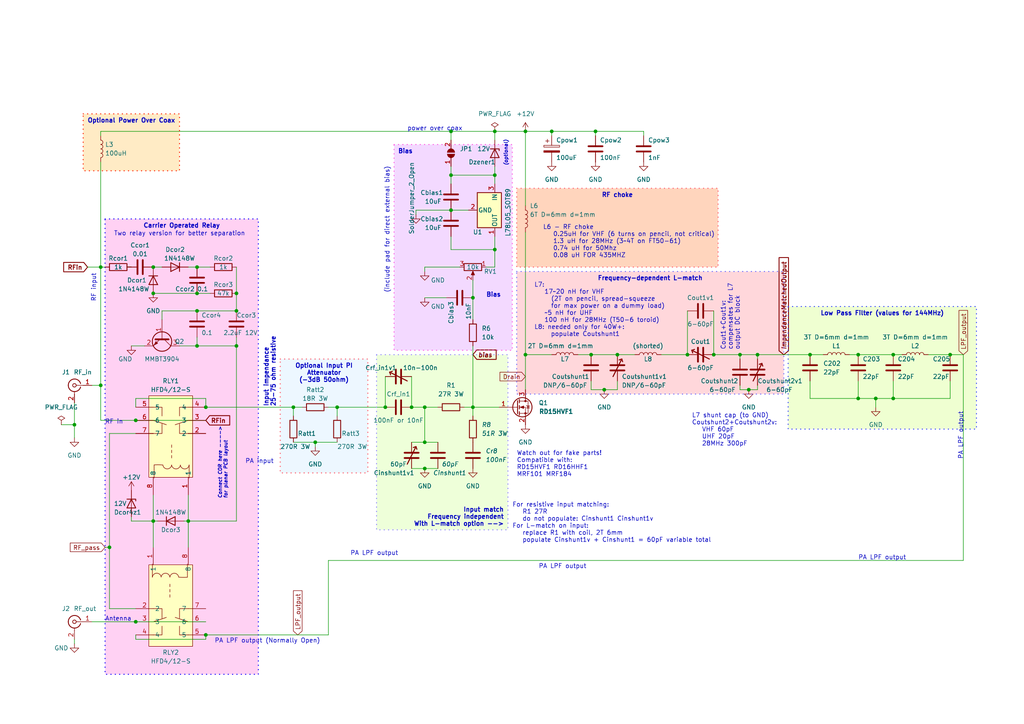
<source format=kicad_sch>
(kicad_sch (version 20230121) (generator eeschema)
  (paper "A4")
  (title_block (title "Universal HamBrewers amplifier PCB") (date "2023-09-23") (rev "2") (company "Join https://t.me/hambrewers               no warranty, (C) not for commercial purposes") (comment 1 "Simulation support: VU3CER") (comment 2 "Design guidance: VU3SXT") (comment 3 "PCB project and layout by SO2A (Rafał Rozestwiński)") (comment 4 "https://github.com/rafal-rozestwinski/so2a_rd15pa"))
  (lib_symbols
    (symbol "Connector:Conn_Coaxial" (pin_names (offset 1.016) hide)
      (property "Reference" "J" (at 0.254 3.048 0))
      (property "Value" "Conn_Coaxial" (at 2.921 0 90))
      (symbol "Conn_Coaxial_0_1"
        (arc (start -1.778 -0.508) (mid 0.2311 -1.8066) (end 1.778 0) (stroke (width 0.254)))
        (polyline (pts (xy -2.54 0) (xy -0.508 0)))
        (polyline (pts (xy 0 -2.54) (xy 0 -1.778)))
        (circle (center 0 0) (radius 0.508) (stroke (width 0.2032)))
        (arc (start 1.778 0) (mid 0.2099 1.8101) (end -1.778 0.508) (stroke (width 0.254)))
      )
      (symbol "Conn_Coaxial_1_1"
        (pin passive line (at -5.08 0 0) (length 2.54) (name "In") (number "1"))
        (pin passive line (at 0 -5.08 90) (length 2.54) (name "Ext") (number "2"))
      )
    )
    (symbol "Device:C" (pin_numbers hide) (pin_names (offset 0.254))
      (property "Reference" "C" (at 0.635 2.54 0))
      (property "Value" "C" (at 0.635 -2.54 0))
      (symbol "C_0_1"
        (polyline (pts (xy -2.032 -0.762) (xy 2.032 -0.762)) (stroke (width 0.508)))
        (polyline (pts (xy -2.032 0.762) (xy 2.032 0.762)) (stroke (width 0.508)))
      )
      (symbol "C_1_1"
        (pin passive line (at 0 3.81 270) (length 2.794) (name "~") (number "1"))
        (pin passive line (at 0 -3.81 90) (length 2.794) (name "~") (number "2"))
      )
    )
    (symbol "Device:C_Polarized" (pin_numbers hide) (pin_names (offset 0.254))
      (property "Reference" "C" (at 0.635 2.54 0))
      (property "Value" "C_Polarized" (at 0.635 -2.54 0))
      (symbol "C_Polarized_0_1"
        (rectangle (start -2.286 0.508) (end 2.286 1.016))
        (polyline (pts (xy -1.778 2.286) (xy -0.762 2.286)))
        (polyline (pts (xy -1.27 2.794) (xy -1.27 1.778)))
        (rectangle (start 2.286 -0.508) (end -2.286 -1.016) (fill (type outline)))
      )
      (symbol "C_Polarized_1_1"
        (pin passive line (at 0 3.81 270) (length 2.794) (name "~") (number "1"))
        (pin passive line (at 0 -3.81 90) (length 2.794) (name "~") (number "2"))
      )
    )
    (symbol "Device:C_Variable" (pin_numbers hide) (pin_names (offset 0.254) hide)
      (property "Reference" "C" (at 0.635 -1.905 0))
      (property "Value" "C_Variable" (at 0.635 -3.81 0))
      (symbol "C_Variable_0_1"
        (polyline (pts (xy -2.032 -0.762) (xy 2.032 -0.762)) (stroke (width 0.508)))
        (polyline (pts (xy -2.032 0.762) (xy 2.032 0.762)) (stroke (width 0.508)))
        (polyline (pts (xy 1.27 2.54) (xy -1.27 -2.54)) (stroke (width 0.3048)))
        (polyline (pts (xy 1.27 2.54) (xy 0.508 2.286)) (stroke (width 0.3048)))
        (polyline (pts (xy 1.27 2.54) (xy 1.524 1.778)) (stroke (width 0.3048)))
      )
      (symbol "C_Variable_1_1"
        (pin passive line (at 0 3.81 270) (length 3.048) (name "~") (number "1"))
        (pin passive line (at 0 -3.81 90) (length 3.048) (name "~") (number "2"))
      )
    )
    (symbol "Device:D_Zener" (pin_numbers hide) (pin_names (offset 1.016) hide)
      (property "Reference" "D" (at 0 2.54 0))
      (property "Value" "D_Zener" (at 0 -2.54 0))
      (symbol "D_Zener_0_1"
        (polyline (pts (xy 1.27 0) (xy -1.27 0)))
        (polyline (pts (xy -1.27 -1.27) (xy -1.27 1.27) (xy -0.762 1.27)) (stroke (width 0.254)))
        (polyline (pts (xy 1.27 -1.27) (xy 1.27 1.27) (xy -1.27 0) (xy 1.27 -1.27)) (stroke (width 0.254)))
      )
      (symbol "D_Zener_1_1"
        (pin passive line (at -3.81 0 0) (length 2.54) (name "K") (number "1"))
        (pin passive line (at 3.81 0 180) (length 2.54) (name "A") (number "2"))
      )
    )
    (symbol "Device:L" (pin_numbers hide) (pin_names (offset 1.016) hide)
      (property "Reference" "L" (at -1.27 0 90))
      (property "Value" "L" (at 1.905 0 90))
      (symbol "L_0_1"
        (arc (start 0 -2.54) (mid 0.6323 -1.905) (end 0 -1.27))
        (arc (start 0 -1.27) (mid 0.6323 -0.635) (end 0 0))
        (arc (start 0 0) (mid 0.6323 0.635) (end 0 1.27))
        (arc (start 0 1.27) (mid 0.6323 1.905) (end 0 2.54))
      )
      (symbol "L_1_1"
        (pin passive line (at 0 3.81 270) (length 1.27) (name "1") (number "1"))
        (pin passive line (at 0 -3.81 90) (length 1.27) (name "2") (number "2"))
      )
    )
    (symbol "Device:R" (pin_numbers hide) (pin_names (offset 0))
      (property "Reference" "R" (at 2.032 0 90))
      (property "Value" "R" (at 0 0 90))
      (symbol "R_0_1"
        (rectangle (start -1.016 -2.54) (end 1.016 2.54) (stroke (width 0.254)))
      )
      (symbol "R_1_1"
        (pin passive line (at 0 3.81 270) (length 1.27) (name "~") (number "1"))
        (pin passive line (at 0 -3.81 90) (length 1.27) (name "~") (number "2"))
      )
    )
    (symbol "Device:R_Potentiometer" (pin_names (offset 1.016) hide)
      (property "Reference" "RV" (at -4.445 0 90))
      (property "Value" "R_Potentiometer" (at -2.54 0 90))
      (symbol "R_Potentiometer_0_1"
        (polyline (pts (xy 2.54 0) (xy 1.524 0)))
        (polyline (pts (xy 1.143 0) (xy 2.286 0.508) (xy 2.286 -0.508) (xy 1.143 0)) (fill (type outline)))
        (rectangle (start 1.016 2.54) (end -1.016 -2.54) (stroke (width 0.254)))
      )
      (symbol "R_Potentiometer_1_1"
        (pin passive line (at 0 3.81 270) (length 1.27) (name "1") (number "1"))
        (pin passive line (at 3.81 0 180) (length 1.27) (name "2") (number "2"))
        (pin passive line (at 0 -3.81 90) (length 1.27) (name "3") (number "3"))
      )
    )
    (symbol "Diode:1N4148W" (pin_numbers hide) (pin_names hide)
      (property "Reference" "D" (at 0 2.54 0))
      (property "Value" "1N4148W" (at 0 -2.54 0))
      (symbol "1N4148W_0_1"
        (polyline (pts (xy -1.27 1.27) (xy -1.27 -1.27)) (stroke (width 0.254)))
        (polyline (pts (xy 1.27 0) (xy -1.27 0)))
        (polyline (pts (xy 1.27 1.27) (xy 1.27 -1.27) (xy -1.27 0) (xy 1.27 1.27)) (stroke (width 0.254)))
      )
      (symbol "1N4148W_1_1"
        (pin passive line (at -3.81 0 0) (length 2.54) (name "K") (number "1"))
        (pin passive line (at 3.81 0 180) (length 2.54) (name "A") (number "2"))
      )
    )
    (symbol "Jumper:SolderJumper_2_Open" (pin_names (offset 0) hide)
      (property "Reference" "JP" (at 0 2.032 0))
      (property "Value" "SolderJumper_2_Open" (at 0 -2.54 0))
      (symbol "SolderJumper_2_Open_0_1"
        (arc (start -0.254 1.016) (mid -1.2656 0) (end -0.254 -1.016))
        (arc (start -0.254 1.016) (mid -1.2656 0) (end -0.254 -1.016) (fill (type outline)))
        (polyline (pts (xy -0.254 1.016) (xy -0.254 -1.016)))
        (polyline (pts (xy 0.254 1.016) (xy 0.254 -1.016)))
        (arc (start 0.254 -1.016) (mid 1.2656 0) (end 0.254 1.016))
        (arc (start 0.254 -1.016) (mid 1.2656 0) (end 0.254 1.016) (fill (type outline)))
      )
      (symbol "SolderJumper_2_Open_1_1"
        (pin passive line (at -3.81 0 0) (length 2.54) (name "A") (number "1"))
        (pin passive line (at 3.81 0 180) (length 2.54) (name "B") (number "2"))
      )
    )
    (symbol "Regulator_Linear:L78L05_SOT89" (pin_names (offset 0.254))
      (property "Reference" "U" (at -3.81 3.175 0))
      (property "Value" "L78L05_SOT89" (at -0.635 3.175 0))
      (symbol "L78L05_SOT89_0_1"
        (rectangle (start -5.08 1.905) (end 5.08 -5.08) (stroke (width 0.254)) (fill (type background)))
      )
      (symbol "L78L05_SOT89_1_1"
        (pin power_out line (at 7.62 0 180) (length 2.54) (name "OUT") (number "1"))
        (pin power_in line (at 0 -7.62 90) (length 2.54) (name "GND") (number "2"))
        (pin power_in line (at -7.62 0 0) (length 2.54) (name "IN") (number "3"))
      )
    )
    (symbol "Transistor_BJT:MMBT3904" (pin_names (offset 0) hide)
      (property "Reference" "Q" (at 5.08 1.905 0))
      (property "Value" "MMBT3904" (at 5.08 0 0))
      (symbol "MMBT3904_0_1"
        (polyline (pts (xy 0.635 0.635) (xy 2.54 2.54)))
        (polyline (pts (xy 0.635 -0.635) (xy 2.54 -2.54) (xy 2.54 -2.54)))
        (polyline (pts (xy 0.635 1.905) (xy 0.635 -1.905) (xy 0.635 -1.905)) (stroke (width 0.508)))
        (polyline (pts (xy 1.27 -1.778) (xy 1.778 -1.27) (xy 2.286 -2.286) (xy 1.27 -1.778) (xy 1.27 -1.778)) (fill (type outline)))
        (circle (center 1.27 0) (radius 2.8194) (stroke (width 0.254)))
      )
      (symbol "MMBT3904_1_1"
        (pin input line (at -5.08 0 0) (length 5.715) (name "B") (number "1"))
        (pin passive line (at 2.54 -5.08 90) (length 2.54) (name "E") (number "2"))
        (pin passive line (at 2.54 5.08 270) (length 2.54) (name "C") (number "3"))
      )
    )
    (symbol "Transistor_FET:IRLML0030" (pin_names hide)
      (property "Reference" "Q" (at 5.08 1.905 0))
      (property "Value" "IRLML0030" (at 5.08 0 0))
      (symbol "IRLML0030_0_1"
        (polyline (pts (xy 0.254 0) (xy -2.54 0)))
        (polyline (pts (xy 0.254 1.905) (xy 0.254 -1.905)) (stroke (width 0.254)))
        (polyline (pts (xy 0.762 -1.27) (xy 0.762 -2.286)) (stroke (width 0.254)))
        (polyline (pts (xy 0.762 0.508) (xy 0.762 -0.508)) (stroke (width 0.254)))
        (polyline (pts (xy 0.762 2.286) (xy 0.762 1.27)) (stroke (width 0.254)))
        (polyline (pts (xy 2.54 2.54) (xy 2.54 1.778)))
        (polyline (pts (xy 2.54 -2.54) (xy 2.54 0) (xy 0.762 0)))
        (polyline (pts (xy 0.762 -1.778) (xy 3.302 -1.778) (xy 3.302 1.778) (xy 0.762 1.778)))
        (polyline (pts (xy 1.016 0) (xy 2.032 0.381) (xy 2.032 -0.381) (xy 1.016 0)) (fill (type outline)))
        (polyline (pts (xy 2.794 0.508) (xy 2.921 0.381) (xy 3.683 0.381) (xy 3.81 0.254)))
        (polyline (pts (xy 3.302 0.381) (xy 2.921 -0.254) (xy 3.683 -0.254) (xy 3.302 0.381)))
        (circle (center 1.651 0) (radius 2.794) (stroke (width 0.254)))
        (circle (center 2.54 -1.778) (radius 0.254) (fill (type outline)))
        (circle (center 2.54 1.778) (radius 0.254) (fill (type outline)))
      )
      (symbol "IRLML0030_1_1"
        (pin input line (at -5.08 0 0) (length 2.54) (name "G") (number "1"))
        (pin passive line (at 2.54 -5.08 90) (length 2.54) (name "S") (number "2"))
        (pin passive line (at 2.54 5.08 270) (length 2.54) (name "D") (number "3"))
      )
    )
    (symbol "custom:HFD4_12-S"
      (property "Reference" "RLY" (at 0 15.24 0))
      (property "Value" "HFD4/12-S" (at 0 -15.24 0))
      (symbol "HFD4_12-S_0_1"
        (rectangle (start -8.89 6.35) (end 14.73 -6.35) (fill (type background)))
        (arc (start -5.44 -2.8) (mid -6.4692 -4.1121) (end -5.33 -5.33))
        (arc (start -5.36 -0.26) (mid -6.4584 -1.5381) (end -5.33 -2.79))
        (arc (start -5.36 2.28) (mid -6.4584 1.0019) (end -5.33 -0.25))
        (arc (start -5.33 2.29) (mid -5.35 2.08) (end -5.3 4.82))
        (polyline (pts (xy -5.33 -2.79)) (fill (type background)))
        (polyline (pts (xy -5.33 -0.25)) (fill (type background)))
        (polyline (pts (xy -5.33 2.29)) (fill (type background)))
        (polyline (pts (xy -9.14 4.83) (xy -5.33 4.83)))
        (polyline (pts (xy -5.33 -5.33) (xy -9.14 -5.33)))
        (polyline (pts (xy -2.54 -0.25) (xy -3.3 -0.25)))
        (polyline (pts (xy -1.02 -0.25) (xy -1.78 -0.25)))
        (polyline (pts (xy 0.51 -0.25) (xy -0.25 -0.25)))
        (polyline (pts (xy 7.62 -5.08) (xy 6.35 -1.27)))
        (polyline (pts (xy 7.62 5.08) (xy 6.35 1.27)))
        (polyline (pts (xy 3.81 -5.08) (xy 3.81 -2.54) (xy 6.6 -2.54)))
        (polyline (pts (xy 3.81 5.08) (xy 3.81 2.54) (xy 6.6 2.54)))
        (polyline (pts (xy 8.89 -2.54) (xy 11.43 -2.54) (xy 11.43 -5.08)))
        (polyline (pts (xy 11.43 5.08) (xy 11.43 2.54) (xy 8.89 2.54)))
        (pin unspecified line (at -13.97 -5.08 0) (length 5.08) (name "1") (number "1"))
        (pin unspecified line (at 3.81 -10.16 90) (length 5.08) (name "2") (number "2"))
        (pin unspecified line (at 7.62 -10.16 90) (length 5.08) (name "3") (number "3"))
        (pin unspecified line (at 11.43 -10.16 90) (length 5.08) (name "4") (number "4"))
        (pin unspecified line (at 11.43 10.16 270) (length 5.08) (name "5") (number "5"))
        (pin unspecified line (at 7.62 10.16 270) (length 5.08) (name "6") (number "6"))
        (pin unspecified line (at 3.81 10.16 270) (length 5.08) (name "7") (number "7"))
        (pin unspecified line (at -13.97 5.08 0) (length 5.08) (name "8") (number "8"))
      )
    )
    (symbol "power:+12V" (power) (pin_names (offset 0))
      (property "Value" "+12V" (at 0 3.556 0))
      (symbol "+12V_0_1"
        (polyline (pts (xy -0.762 1.27) (xy 0 2.54)))
        (polyline (pts (xy 0 0) (xy 0 2.54)))
        (polyline (pts (xy 0 2.54) (xy 0.762 1.27)))
      )
      (symbol "+12V_1_1"
        (pin power_in line (at 0 0 90) (length 0) hide (name "+12V") (number "1"))
      )
    )
    (symbol "power:GND" (power) (pin_names (offset 0))
      (property "Value" "GND" (at 0 -3.81 0))
      (symbol "GND_0_1"
        (polyline (pts (xy 0 0) (xy 0 -1.27) (xy 1.27 -1.27) (xy 0 -2.54) (xy -1.27 -1.27) (xy 0 -1.27)))
      )
      (symbol "GND_1_1"
        (pin power_in line (at 0 0 270) (length 0) hide (name "GND") (number "1"))
      )
    )
    (symbol "power:PWR_FLAG" (power) (pin_numbers hide) (pin_names (offset 0) hide)
      (property "Value" "PWR_FLAG" (at 0 3.81 0))
      (symbol "PWR_FLAG_0_0"
        (pin power_out line (at 0 0 90) (length 0) (name "pwr") (number "1"))
      )
      (symbol "PWR_FLAG_0_1"
        (polyline (pts (xy 0 0) (xy 0 1.27) (xy -1.016 1.905) (xy 0 2.54) (xy 1.016 1.905) (xy 0 1.27)))
      )
    )
  )
  (junction (at 172.72 38.1))
  (junction (at 217.17 113.03))
  (junction (at 119.38 118.11))
  (junction (at 59.69 118.11))
  (junction (at 97.79 118.11))
  (junction (at 57.15 77.47))
  (junction (at 68.58 90.17))
  (junction (at 44.45 77.47))
  (junction (at 207.01 102.87))
  (junction (at 21.59 123.19))
  (junction (at 259.08 102.87))
  (junction (at 44.45 151.13))
  (junction (at 44.45 85.09))
  (junction (at 57.15 85.09))
  (junction (at 219.71 102.87))
  (junction (at 199.39 102.87))
  (junction (at 137.16 118.11))
  (junction (at 248.92 115.57))
  (junction (at 111.76 118.11))
  (junction (at 143.51 50.8))
  (junction (at 130.81 60.96))
  (junction (at 171.45 102.87))
  (junction (at 68.58 85.09))
  (junction (at 29.21 111.76))
  (junction (at 259.08 115.57))
  (junction (at 123.19 135.89))
  (junction (at 39.37 121.92))
  (junction (at 57.15 90.17))
  (junction (at 123.19 118.11))
  (junction (at 143.51 38.1))
  (junction (at 175.26 113.03))
  (junction (at 123.19 128.27))
  (junction (at 91.44 128.27))
  (junction (at 152.4 102.87))
  (junction (at 39.37 180.34))
  (junction (at 275.59 102.87))
  (junction (at 54.61 151.13))
  (junction (at 31.75 158.75))
  (junction (at 152.4 38.1))
  (junction (at 29.21 77.47))
  (junction (at 254 115.57))
  (junction (at 59.69 184.15))
  (junction (at 214.63 102.87))
  (junction (at 160.02 38.1))
  (junction (at 137.16 86.36))
  (junction (at 57.15 100.33))
  (junction (at 179.07 102.87))
  (junction (at 85.09 118.11))
  (junction (at 234.95 102.87))
  (junction (at 248.92 102.87))
  (junction (at 68.58 100.33))
  (junction (at 143.51 72.39))
  (junction (at 130.81 38.1))
  (junction (at 130.81 50.8))
  (wire (pts (xy 119.38 128.27) (xy 123.19 128.27)))
  (wire (pts (xy 207.01 90.17) (xy 207.01 102.87)))
  (wire (pts (xy 85.09 128.27) (xy 91.44 128.27)))
  (wire (pts (xy 21.59 116.84) (xy 21.59 123.19)))
  (wire (pts (xy 130.81 50.8) (xy 130.81 53.34)))
  (wire (pts (xy 44.45 151.13) (xy 44.45 158.75)))
  (wire (pts (xy 38.1 149.86) (xy 38.1 151.13)))
  (wire (pts (xy 152.4 38.1) (xy 160.02 38.1)))
  (wire (pts (xy 59.69 185.42) (xy 59.69 184.15)))
  (wire (pts (xy 254 115.57) (xy 259.08 115.57)))
  (wire (pts (xy 95.25 162.56) (xy 279.4 162.56)))
  (wire (pts (xy 39.37 115.57) (xy 59.69 115.57)))
  (wire (pts (xy 143.51 72.39) (xy 143.51 77.47)))
  (wire (pts (xy 186.69 38.1) (xy 186.69 39.37)))
  (wire (pts (xy 123.19 118.11) (xy 123.19 128.27)))
  (wire (pts (xy 29.21 121.92) (xy 29.21 111.76)))
  (wire (pts (xy 167.64 102.87) (xy 171.45 102.87)))
  (wire (pts (xy 29.21 46.99) (xy 29.21 77.47)))
  (wire (pts (xy 171.45 113.03) (xy 171.45 110.49)))
  (wire (pts (xy 38.1 151.13) (xy 44.45 151.13)))
  (wire (pts (xy 207.01 102.87) (xy 214.63 102.87)))
  (wire (pts (xy 130.81 72.39) (xy 143.51 72.39)))
  (wire (pts (xy 95.25 118.11) (xy 97.79 118.11)))
  (wire (pts (xy 29.21 77.47) (xy 29.21 111.76)))
  (wire (pts (xy 254 118.11) (xy 254 115.57)))
  (wire (pts (xy 152.4 102.87) (xy 152.4 113.03)))
  (wire (pts (xy 152.4 67.31) (xy 152.4 102.87)))
  (wire (pts (xy 123.19 86.36) (xy 129.54 86.36)))
  (wire (pts (xy 219.71 111.76) (xy 219.71 113.03)))
  (wire (pts (xy 120.65 60.96) (xy 120.65 62.23)))
  (wire (pts (xy 111.76 109.22) (xy 111.76 118.11)))
  (wire (pts (xy 85.09 120.65) (xy 85.09 118.11)))
  (wire (pts (xy 275.59 115.57) (xy 275.59 110.49)))
  (wire (pts (xy 199.39 90.17) (xy 199.39 102.87)))
  (wire (pts (xy 137.16 100.33) (xy 137.16 118.11)))
  (wire (pts (xy 119.38 109.22) (xy 119.38 118.11)))
  (wire (pts (xy 152.4 102.87) (xy 160.02 102.87)))
  (wire (pts (xy 234.95 115.57) (xy 234.95 110.49)))
  (wire (pts (xy 31.75 176.53) (xy 39.37 176.53)))
  (wire (pts (xy 143.51 50.8) (xy 143.51 53.34)))
  (wire (pts (xy 123.19 118.11) (xy 127 118.11)))
  (wire (pts (xy 85.09 118.11) (xy 87.63 118.11)))
  (wire (pts (xy 248.92 102.87) (xy 259.08 102.87)))
  (wire (pts (xy 137.16 118.11) (xy 144.78 118.11)))
  (wire (pts (xy 123.19 78.74) (xy 123.19 77.47)))
  (wire (pts (xy 143.51 38.1) (xy 143.51 40.64)))
  (wire (pts (xy 21.59 186.69) (xy 21.59 185.42)))
  (wire (pts (xy 160.02 38.1) (xy 172.72 38.1)))
  (wire (pts (xy 68.58 100.33) (xy 68.58 97.79)))
  (wire (pts (xy 46.99 92.71) (xy 46.99 90.17)))
  (wire (pts (xy 175.26 113.03) (xy 179.07 113.03)))
  (wire (pts (xy 152.4 38.1) (xy 143.51 38.1)))
  (wire (pts (xy 130.81 48.26) (xy 130.81 50.8)))
  (wire (pts (xy 39.37 121.92) (xy 29.21 121.92)))
  (wire (pts (xy 68.58 85.09) (xy 68.58 90.17)))
  (wire (pts (xy 259.08 115.57) (xy 259.08 110.49)))
  (wire (pts (xy 214.63 111.76) (xy 214.63 113.03)))
  (wire (pts (xy 91.44 128.27) (xy 91.44 129.54)))
  (wire (pts (xy 38.1 100.33) (xy 41.91 100.33)))
  (wire (pts (xy 44.45 151.13) (xy 45.72 151.13)))
  (wire (pts (xy 54.61 151.13) (xy 68.58 151.13)))
  (wire (pts (xy 160.02 38.1) (xy 160.02 39.37)))
  (wire (pts (xy 152.4 38.1) (xy 152.4 59.69)))
  (wire (pts (xy 217.17 113.03) (xy 219.71 113.03)))
  (wire (pts (xy 52.07 100.33) (xy 57.15 100.33)))
  (wire (pts (xy 44.45 85.09) (xy 57.15 85.09)))
  (wire (pts (xy 179.07 102.87) (xy 184.15 102.87)))
  (wire (pts (xy 39.37 185.42) (xy 59.69 185.42)))
  (wire (pts (xy 29.21 38.1) (xy 29.21 39.37)))
  (wire (pts (xy 29.21 38.1) (xy 130.81 38.1)))
  (wire (pts (xy 191.77 102.87) (xy 199.39 102.87)))
  (wire (pts (xy 172.72 38.1) (xy 172.72 39.37)))
  (wire (pts (xy 171.45 102.87) (xy 179.07 102.87)))
  (wire (pts (xy 59.69 115.57) (xy 59.69 118.11)))
  (wire (pts (xy 127 135.89) (xy 123.19 135.89)))
  (wire (pts (xy 259.08 115.57) (xy 275.59 115.57)))
  (wire (pts (xy 95.25 184.15) (xy 95.25 162.56)))
  (wire (pts (xy 17.78 123.19) (xy 21.59 123.19)))
  (wire (pts (xy 246.38 102.87) (xy 248.92 102.87)))
  (wire (pts (xy 269.24 102.87) (xy 275.59 102.87)))
  (wire (pts (xy 30.48 158.75) (xy 31.75 158.75)))
  (wire (pts (xy 219.71 102.87) (xy 234.95 102.87)))
  (wire (pts (xy 135.89 60.96) (xy 130.81 60.96)))
  (wire (pts (xy 68.58 77.47) (xy 68.58 85.09)))
  (wire (pts (xy 26.67 111.76) (xy 29.21 111.76)))
  (wire (pts (xy 53.34 151.13) (xy 54.61 151.13)))
  (wire (pts (xy 130.81 60.96) (xy 120.65 60.96)))
  (wire (pts (xy 259.08 102.87) (xy 261.62 102.87)))
  (wire (pts (xy 39.37 118.11) (xy 39.37 115.57)))
  (wire (pts (xy 130.81 50.8) (xy 143.51 50.8)))
  (wire (pts (xy 279.4 102.87) (xy 275.59 102.87)))
  (wire (pts (xy 91.44 128.27) (xy 97.79 128.27)))
  (wire (pts (xy 127 128.27) (xy 123.19 128.27)))
  (wire (pts (xy 57.15 100.33) (xy 68.58 100.33)))
  (wire (pts (xy 248.92 115.57) (xy 254 115.57)))
  (wire (pts (xy 54.61 143.51) (xy 54.61 151.13)))
  (wire (pts (xy 123.19 77.47) (xy 133.35 77.47)))
  (wire (pts (xy 44.45 143.51) (xy 44.45 151.13)))
  (wire (pts (xy 54.61 151.13) (xy 54.61 158.75)))
  (wire (pts (xy 279.4 162.56) (xy 279.4 102.87)))
  (wire (pts (xy 130.81 38.1) (xy 130.81 40.64)))
  (wire (pts (xy 137.16 86.36) (xy 137.16 92.71)))
  (wire (pts (xy 97.79 118.11) (xy 111.76 118.11)))
  (wire (pts (xy 214.63 102.87) (xy 219.71 102.87)))
  (wire (pts (xy 143.51 68.58) (xy 143.51 72.39)))
  (wire (pts (xy 59.69 118.11) (xy 85.09 118.11)))
  (wire (pts (xy 172.72 38.1) (xy 186.69 38.1)))
  (wire (pts (xy 31.75 125.73) (xy 39.37 125.73)))
  (wire (pts (xy 134.62 118.11) (xy 137.16 118.11)))
  (wire (pts (xy 137.16 81.28) (xy 137.16 86.36)))
  (wire (pts (xy 25.4 77.47) (xy 29.21 77.47)))
  (wire (pts (xy 179.07 113.03) (xy 179.07 110.49)))
  (wire (pts (xy 30.48 77.47) (xy 29.21 77.47)))
  (wire (pts (xy 31.75 125.73) (xy 31.75 158.75)))
  (wire (pts (xy 57.15 100.33) (xy 57.15 97.79)))
  (wire (pts (xy 214.63 102.87) (xy 214.63 104.14)))
  (wire (pts (xy 46.99 90.17) (xy 57.15 90.17)))
  (wire (pts (xy 46.99 77.47) (xy 44.45 77.47)))
  (wire (pts (xy 171.45 113.03) (xy 175.26 113.03)))
  (wire (pts (xy 39.37 121.92) (xy 59.69 121.92)))
  (wire (pts (xy 97.79 120.65) (xy 97.79 118.11)))
  (wire (pts (xy 137.16 120.65) (xy 137.16 118.11)))
  (wire (pts (xy 248.92 115.57) (xy 248.92 110.49)))
  (wire (pts (xy 130.81 38.1) (xy 143.51 38.1)))
  (wire (pts (xy 39.37 180.34) (xy 59.69 180.34)))
  (wire (pts (xy 234.95 102.87) (xy 238.76 102.87)))
  (wire (pts (xy 143.51 48.26) (xy 143.51 50.8)))
  (wire (pts (xy 119.38 118.11) (xy 123.19 118.11)))
  (wire (pts (xy 119.38 135.89) (xy 123.19 135.89)))
  (wire (pts (xy 57.15 90.17) (xy 68.58 90.17)))
  (wire (pts (xy 54.61 77.47) (xy 57.15 77.47)))
  (wire (pts (xy 214.63 113.03) (xy 217.17 113.03)))
  (wire (pts (xy 26.67 180.34) (xy 39.37 180.34)))
  (wire (pts (xy 219.71 102.87) (xy 219.71 104.14)))
  (wire (pts (xy 59.69 184.15) (xy 95.25 184.15)))
  (wire (pts (xy 21.59 127) (xy 21.59 123.19)))
  (wire (pts (xy 57.15 77.47) (xy 60.96 77.47)))
  (wire (pts (xy 234.95 115.57) (xy 248.92 115.57)))
  (wire (pts (xy 38.1 77.47) (xy 36.83 77.47)))
  (wire (pts (xy 39.37 184.15) (xy 39.37 185.42)))
  (wire (pts (xy 31.75 158.75) (xy 31.75 176.53)))
  (wire (pts (xy 68.58 100.33) (xy 68.58 151.13)))
  (wire (pts (xy 57.15 85.09) (xy 60.96 85.09)))
  (wire (pts (xy 130.81 68.58) (xy 130.81 72.39)))
  (wire (pts (xy 140.97 77.47) (xy 143.51 77.47)))
  (text_box "Frequency-dependent L-match" (at 149.86 78.74 0) (size 77.47 35.56) (stroke (width 0.3) (type dot) (color 111 106 255 0.41)) (fill (type color) (color 255 3 27 0.16)) (effects (font (size 1.27 1.27) bold) (justify top)))
  (text_box "Bias" (at 114.3 41.91 0) (size 34.29 59.69) (stroke (width 0.3) (type dot) (color 255 94 228 0.56)) (fill (type color) (color 177 0 255 0.15)) (effects (font (size 1.27 1.27) bold) (justify left top)))
  (text_box "Low Pass Filter (values for 144MHz)" (at 228.6 88.9 0) (size 54.61 35.56) (stroke (width 0.3) (type dot) (color 52 67 255 0.46)) (fill (type color) (color 167 255 0 0.18)) (effects (font (size 1.27 1.27) (thickness 0.254) bold) (justify top)))
  (text_box "Carrier Operated Relay" (at 30.48 63.5 0) (size 44.45 132.08) (stroke (width 0.3) (type dot) (color 13 0 255 0.6)) (fill (type color) (color 255 4 190 0.18)) (effects (font (size 1.27 1.27) (thickness 0.254) bold) (justify top)))
  (text_box "Input match\nFrequency independent\nWith L-match option -->" (at 109.22 102.87 0) (size 38.1 50.8) (stroke (width 0.3) (type dot) (color 144 136 255 0.63)) (fill (type color) (color 142 255 0 0.15)) (effects (font (size 1.27 1.27) bold) (justify right bottom)))
  (text_box "Optional Input PI Attenuator\n(-3dB 50ohm)" (at 81.28 104.14 0) (size 25.4 33.02) (stroke (width 0.3) (type dot) (color 255 87 102 0.58)) (fill (type color) (color 161 214 255 0.19)) (effects (font (size 1.27 1.27) (thickness 0.254) bold) (justify top)))
  (text_box "Optional Power Over Coax" (at 24.13 33.02 0) (size 27.94 16.51) (stroke (width 0.3) (type dot) (color 255 30 0 0.54)) (fill (type color) (color 255 165 0 0.23)) (effects (font (size 1.27 1.27) bold) (justify top)))
  (text_box "RF choke" (at 149.86 54.61 0) (size 58.42 22.86) (stroke (width 0.3) (type dot) (color 255 93 108 0.56)) (fill (type color) (color 255 95 0 0.26)) (effects (font (size 1.27 1.27) (thickness 0.254) bold) (justify top)))
  (text "Watch out for fake parts!\nCompatible with:\nRD15HVF1 RD16HHF1\nMRF101 MRF184" (at 149.86 138.43 0) (effects (font (size 1.27 1.27)) (justify left bottom)))
  (text "Antenna" (at 30.48 180.34 0) (effects (font (size 1.27 1.27)) (justify left bottom)))
  (text "Input impendance\n25-75 ohm resistive" (at 80.01 118.11 90) (effects (font (size 1.27 1.27) bold) (justify left bottom)))
  (text "Bias" (at 140.97 86.36 0) (effects (font (size 1.27 1.27) bold) (justify left bottom)))
  (text "PA LPF output" (at 156.21 165.1 0) (effects (font (size 1.27 1.27)) (justify left bottom)))
  (text "For resistive input matching:\n   R1 27R\n   do not populate: Cinshunt1 Cinshunt1v\nFor L-match on input:\n   replace R1 with coil, 2T 6mm\n   populate Cinshunt1v + Cinshunt1 = 60pF variable total" (at 148.59 157.48 0) (effects (font (size 1.27 1.27)) (justify left bottom)))
  (text "PA input" (at 71.12 134.62 0) (effects (font (size 1.27 1.27)) (justify left bottom)))
  (text "RF input" (at 27.94 87.63 90) (effects (font (size 1.27 1.27)) (justify left bottom)))
  (text "L6 - RF choke\n   0.25uH for VHF (6 turns on pencil, not critical)\n   1.3 uH for 28MHz (3~4T on FT50-61)\n   0.74 uH for 50Mhz\n   0.08 uH FOR 435MHZ\n" (at 157.48 74.93 0) (effects (font (size 1.27 1.27)) (justify left bottom)))
  (text "(include pad for direct external bias)" (at 113.03 85.09 90) (effects (font (size 1.27 1.27)) (justify left bottom)))
  (text "PA LPF output (Normally Open)" (at 62.23 186.69 0) (effects (font (size 1.27 1.27)) (justify left bottom)))
  (text "Cout1+Cout1v:\ncompensates for L7\noutput DC block" (at 214.63 101.6 90) (effects (font (size 1.27 1.27)) (justify left bottom)))
  (text "power over coax" (at 118.11 38.1 0) (effects (font (size 1.27 1.27)) (justify left bottom)))
  (text "L7 shunt cap (to GND)\nCoutshunt2+Coutshunt2v:\n   VHF 60pF\n   UHF 20pF\n   28MHz 300pF" (at 200.66 129.54 0) (effects (font (size 1.27 1.27)) (justify left bottom)))
  (text "RF in" (at 30.48 123.19 0) (effects (font (size 1.27 1.27)) (justify left bottom)))
  (text "(optional)" (at 147.32 48.26 90) (effects (font (size 1 1) bold italic) (justify left bottom)))
  (text "Connect COR here ---->\nfor planar PCB layout" (at 66.04 144.78 90) (effects (font (size 1 1) (thickness 0.2) bold italic) (justify left bottom)))
  (text "L7:\n   17~20 nH for VHF \n     (2T on pencil, spread-squeeze \n     for max power on a dummy load)\n   ~5 nH for UHF\n   100 nH for 28MHz (T50-6 toroid)\nL8: needed only for 40W+:\n	populate Coutshunt1" (at 154.94 97.79 0) (effects (font (size 1.27 1.27)) (justify left bottom)))
  (text "PA LPF output" (at 101.6 161.29 0) (effects (font (size 1.27 1.27)) (justify left bottom)))
  (text "PA LPF output" (at 279.4 133.35 90) (effects (font (size 1.27 1.27)) (justify left bottom)))
  (text "PA LPF output" (at 248.92 162.56 0) (effects (font (size 1.27 1.27)) (justify left bottom)))
  (text "Two relay version for better separation" (at 33.02 68.58 0) (effects (font (size 1.27 1.27)) (justify left bottom)))
  (global_label "LPF_output" (shape input) (at 279.4 102.87 90) (property "Intersheetrefs" "${INTERSHEET_REFS}" (effects hide)))
  (global_label "RFin" (shape input) (at 25.4 77.47 180) (effects (font bold)) (property "Intersheetrefs" "${INTERSHEET_REFS}" (effects hide)))
  (global_label "ImpendanceMatchedOutput" (shape input) (at 227.33 102.87 90) (effects (font bold italic)) (property "Intersheetrefs" "${INTERSHEET_REFS}" (effects hide)))
  (global_label "LPF_output" (shape input) (at 86.36 184.15 90) (property "Intersheetrefs" "${INTERSHEET_REFS}" (effects hide)))
  (global_label "bias" (shape input) (at 137.16 102.87 0) (effects (font bold italic)) (property "Intersheetrefs" "${INTERSHEET_REFS}" (effects hide)))
  (global_label "Drain" (shape input) (at 152.4 109.22 180) (property "Intersheetrefs" "${INTERSHEET_REFS}" (effects hide)))
  (global_label "RF_pass" (shape input) (at 30.48 158.75 180) (property "Intersheetrefs" "${INTERSHEET_REFS}" (effects hide)))
  (global_label "RFin" (shape input) (at 59.69 121.92 0) (effects (font bold)) (property "Intersheetrefs" "${INTERSHEET_REFS}" (effects hide)))
  (symbol (lib_id "Device:C") (at 57.15 81.28 180) (unit 1)
    (property "Reference" "Ccor2" (at 50.8 83.82 0) (effects (justify right)))
    (property "Value" "0.1" (at 57.15 83.82 0) (effects (justify right)))
    (property "Footprint" "Capacitor_SMD:C_1206_3216Metric" (effects hide))
  )
  (symbol (lib_id "power:GND") (at 254 118.11 0) (unit 1)
    (property "Reference" "#PWR016" (effects hide))
    (property "Value" "GND" (at 254 123.19 0))
  )
  (symbol (lib_id "power:GND") (at 217.17 113.03 0) (unit 1)
    (property "Reference" "#PWR019" (effects hide))
    (property "Value" "GND" (at 217.17 118.11 0))
  )
  (symbol (lib_id "Device:C_Polarized") (at 160.02 43.18 0) (unit 1)
    (property "Reference" "Cpow1" (at 161.29 40.64 0) (effects (justify left)))
    (property "Value" "100uF" (at 161.29 45.72 0) (effects (justify left)))
    (property "Footprint" "Capacitor_SMD:C_Elec_8x10.2" (effects hide))
  )
  (symbol (lib_id "Device:C") (at 40.64 77.47 90) (unit 1)
    (property "Reference" "Ccor1" (at 40.64 71.12 90))
    (property "Value" "0.01" (at 40.64 73.66 90))
    (property "Footprint" "Capacitor_SMD:C_1206_3216Metric" (effects hide))
  )
  (symbol (lib_id "Device:L") (at 152.4 63.5 0) (unit 1)
    (property "Reference" "L6" (at 153.67 59.69 0) (effects (justify left)))
    (property "Value" "6T D=6mm d=1mm" (at 153.67 62.23 0) (effects (justify left)))
    (property "Footprint" "Inductor_SMD:L_Wuerth_HCM-1050" (effects hide))
  )
  (symbol (lib_id "power:GND") (at 137.16 135.89 0) (unit 1)
    (property "Reference" "#PWR03" (effects hide))
    (property "Value" "GND" (at 137.16 140.97 0))
  )
  (symbol (lib_id "Diode:1N4148W") (at 49.53 151.13 0) (unit 1)
    (property "Reference" "Dcor3" (at 49.53 153.67 0))
    (property "Value" "1N4148W" (at 49.53 148.59 0))
    (property "Footprint" "Diode_SMD:D_SOD-123" (effects hide))
    (property "Datasheet" "https://www.vishay.com/docs/85748/1n4148w.pdf" (effects hide))
    (property "Sim.Device" "D" (effects hide))
    (property "Sim.Pins" "1=K 2=A" (effects hide))
  )
  (symbol (lib_id "power:GND") (at 21.59 127 0) (unit 1)
    (property "Reference" "#PWR012" (effects hide))
    (property "Value" "GND" (at 21.59 132.08 0))
  )
  (symbol (lib_id "power:GND") (at 120.65 62.23 0) (unit 1)
    (property "Reference" "#PWR06" (effects hide))
    (property "Value" "GND" (effects hide))
  )
  (symbol (lib_id "Device:C") (at 130.81 64.77 0) (unit 1)
    (property "Reference" "Cbias2" (at 121.92 63.5 0) (effects (justify left)))
    (property "Value" "10uF" (at 123.19 66.04 0) (effects (justify left)))
    (property "Footprint" "Capacitor_SMD:C_1206_3216Metric" (effects hide))
  )
  (symbol (lib_id "Device:C") (at 275.59 106.68 180) (unit 1)
    (property "Reference" "C205" (at 270.51 104.14 0) (effects (justify right)))
    (property "Value" "22pF" (at 270.51 109.22 0) (effects (justify right)))
    (property "Footprint" "Capacitor_SMD:C_1206_3216Metric" (effects hide))
  )
  (symbol (lib_id "Device:R") (at 34.29 77.47 90) (unit 1)
    (property "Reference" "Rcor1" (at 34.29 74.93 90))
    (property "Value" "1k" (at 34.29 77.47 90))
    (property "Footprint" "Resistor_SMD:R_0805_2012Metric" (effects hide))
  )
  (symbol (lib_id "power:GND") (at 160.02 46.99 0) (unit 1)
    (property "Reference" "#PWR011" (effects hide))
    (property "Value" "GND" (at 160.02 52.07 0))
  )
  (symbol (lib_id "power:GND") (at 123.19 135.89 0) (unit 1)
    (property "Reference" "#PWR01" (effects hide))
    (property "Value" "GND" (at 123.19 140.97 0))
  )
  (symbol (lib_id "Jumper:SolderJumper_2_Open") (at 130.81 44.45 90) (unit 1)
    (property "Reference" "JP1" (at 133.35 43.18 90) (effects (justify right)))
    (property "Value" "SolderJumper_2_Open" (at 119.38 46.99 0) (effects (justify right)))
    (property "Footprint" "Jumper:SolderJumper-2_P1.3mm_Open_TrianglePad1.0x1.5mm" (effects hide))
  )
  (symbol (lib_id "Connector:Conn_Coaxial") (at 21.59 180.34 0) (mirror y) (unit 1)
    (property "Reference" "J2" (at 20.32 176.53 0) (effects (justify left)))
    (property "Value" "RF_out" (at 27.94 176.53 0) (effects (justify left)))
    (property "Footprint" "custom:SMA_EDGELAUNCH_Modded" (effects hide))
    (property "Datasheet" " ~" (effects hide))
  )
  (symbol (lib_id "Device:R") (at 91.44 118.11 90) (unit 1)
    (property "Reference" "Ratt2" (at 91.44 113.03 90))
    (property "Value" "18R 3W" (at 91.44 115.57 90))
    (property "Footprint" "Resistor_SMD:R_2010_5025Metric" (effects hide))
  )
  (symbol (lib_id "power:GND") (at 91.44 129.54 0) (unit 1)
    (property "Reference" "#PWR014" (effects hide))
    (property "Value" "GND" (at 91.44 134.62 0))
  )
  (symbol (lib_id "Device:C_Variable") (at 203.2 102.87 90) (unit 1)
    (property "Reference" "Cout1" (at 203.2 99.06 90))
    (property "Value" "6-60pF" (at 203.2 106.68 90))
    (property "Footprint" "Capacitor_SMD:C_Trimmer_Murata_TZB4-B" (effects hide))
  )
  (symbol (lib_id "Device:C") (at 68.58 93.98 180) (unit 1)
    (property "Reference" "Ccor3" (at 68.58 91.44 0) (effects (justify right)))
    (property "Value" "2.2uF 12V" (at 64.77 96.52 0) (effects (justify right)))
    (property "Footprint" "Capacitor_SMD:C_1206_3216Metric" (effects hide))
  )
  (symbol (lib_id "Device:C") (at 130.81 57.15 0) (unit 1)
    (property "Reference" "Cbias1" (at 121.92 55.88 0) (effects (justify left)))
    (property "Value" "10uF" (at 123.19 58.42 0) (effects (justify left)))
    (property "Footprint" "Capacitor_SMD:C_1206_3216Metric" (effects hide))
  )
  (symbol (lib_id "power:GND") (at 21.59 186.69 0) (unit 1)
    (property "Reference" "#PWR013" (effects hide))
    (property "Value" "GND" (at 17.78 187.96 0))
  )
  (symbol (lib_id "power:GND") (at 44.45 85.09 0) (unit 1)
    (property "Reference" "#PWR08" (effects hide))
    (property "Value" "GND" (at 44.45 90.17 0))
  )
  (symbol (lib_id "Device:L") (at 265.43 102.87 90) (unit 1)
    (property "Reference" "L2" (at 265.43 100.33 90))
    (property "Value" "3T D=6mm d=1mm" (at 265.43 97.79 90))
    (property "Footprint" "Inductor_SMD:L_Wuerth_HCM-1050" (effects hide))
  )
  (symbol (lib_id "power:GND") (at 186.69 46.99 0) (unit 1)
    (property "Reference" "#PWR09" (effects hide))
    (property "Value" "GND" (at 186.69 52.07 0))
  )
  (symbol (lib_id "Device:C_Variable") (at 115.57 109.22 90) (unit 1)
    (property "Reference" "Crf_in1v1" (at 110.49 106.68 90))
    (property "Value" "10n-100n" (at 121.92 106.68 90))
    (property "Footprint" "Capacitor_SMD:C_Trimmer_Murata_TZB4-B" (effects hide))
  )
  (symbol (lib_id "Device:C_Variable") (at 119.38 132.08 0) (unit 1)
    (property "Reference" "Cinshunt1v1" (at 114.3 137.16 0))
    (property "Value" "60pF" (at 115.57 134.62 0))
    (property "Footprint" "Capacitor_SMD:C_Trimmer_Murata_TZB4-B" (effects hide))
  )
  (symbol (lib_id "Device:R") (at 64.77 77.47 90) (unit 1)
    (property "Reference" "Rcor2" (at 64.77 74.93 90))
    (property "Value" "1k" (at 64.77 77.47 90))
    (property "Footprint" "Resistor_SMD:R_0805_2012Metric" (effects hide))
  )
  (symbol (lib_id "Device:C") (at 127 132.08 180) (unit 1)
    (property "Reference" "Cinshunt1" (at 125.73 137.16 0) (effects (font italic) (justify right)))
    (property "Value" "60pF" (at 128.27 134.62 0) (effects (font italic) (justify right)))
    (property "Footprint" "Capacitor_SMD:C_1206_3216Metric" (effects hide))
  )
  (symbol (lib_id "power:GND") (at 123.19 86.36 0) (unit 1)
    (property "Reference" "#PWR07" (effects hide))
    (property "Value" "GND" (at 127 88.9 0))
  )
  (symbol (lib_id "custom:HFD4_12-S") (at 49.53 172.72 270) (unit 1)
    (property "Reference" "RLY2" (at 49.53 189.23 90))
    (property "Value" "HFD4/12-S" (at 49.53 191.77 90))
    (property "Footprint" "custom2:RELAY-SMD_HFD4-XX-SR" (effects hide))
    (property "Datasheet" "https://lcsc.com/product-detail/Relays_HFD4-12-S_C44212.html" (effects hide))
    (property "LCSC Part" "C44212" (effects hide))
  )
  (symbol (lib_id "Transistor_BJT:MMBT3904") (at 46.99 97.79 270) (unit 1)
    (property "Reference" "Q2" (at 52.07 99.06 90))
    (property "Value" "MMBT3904" (at 46.99 104.14 90))
    (property "Footprint" "Package_TO_SOT_SMD:SOT-23" (effects hide))
    (property "Datasheet" "https://www.onsemi.com/pdf/datasheet/pzt3904-d.pdf" (effects hide))
  )
  (symbol (lib_id "Device:C") (at 203.2 90.17 270) (unit 1)
    (property "Reference" "Cout1v1" (at 203.2 86.36 90))
    (property "Value" "6-60pF" (at 203.2 93.98 90))
    (property "Footprint" "Capacitor_SMD:C_1206_3216Metric" (effects hide))
  )
  (symbol (lib_id "Device:C") (at 137.16 132.08 180) (unit 1)
    (property "Reference" "Cr8" (at 140.97 130.81 0) (effects (font italic) (justify right)))
    (property "Value" "100nF" (at 140.97 133.35 0) (effects (font italic) (justify right)))
    (property "Footprint" "Capacitor_SMD:C_1206_3216Metric" (effects hide))
  )
  (symbol (lib_id "Diode:1N4148W") (at 44.45 81.28 270) (unit 1)
    (property "Reference" "Dcor1" (at 36.83 81.28 90) (effects (justify left)))
    (property "Value" "1N4148W" (at 34.29 83.82 90) (effects (justify left)))
    (property "Footprint" "Diode_SMD:D_SOD-123" (effects hide))
    (property "Datasheet" "https://www.vishay.com/docs/85748/1n4148w.pdf" (effects hide))
    (property "Sim.Device" "D" (effects hide))
    (property "Sim.Pins" "1=K 2=A" (effects hide))
  )
  (symbol (lib_id "Device:R") (at 137.16 96.52 0) (unit 1)
    (property "Reference" "R6" (at 139.7 95.25 0) (effects (justify left)))
    (property "Value" "10k" (at 139.7 97.79 0) (effects (justify left)))
    (property "Footprint" "Resistor_SMD:R_0805_2012Metric" (effects hide))
  )
  (symbol (lib_id "power:+12V") (at 152.4 38.1 0) (unit 1)
    (property "Reference" "#PWR05" (effects hide))
    (property "Value" "+12V" (at 152.4 33.02 0))
  )
  (symbol (lib_id "custom:HFD4_12-S") (at 49.53 129.54 90) (unit 1)
    (property "Reference" "RLY1" (at 49.53 110.49 90))
    (property "Value" "HFD4/12-S" (at 49.53 113.03 90))
    (property "Footprint" "custom2:RELAY-SMD_HFD4-XX-SR" (effects hide))
    (property "Datasheet" "https://lcsc.com/product-detail/Relays_HFD4-12-S_C44212.html" (effects hide))
    (property "LCSC Part" "C44212" (effects hide))
  )
  (symbol (lib_id "Device:C") (at 133.35 86.36 90) (unit 1)
    (property "Reference" "Cbias3" (at 130.81 93.98 0) (effects (justify left)))
    (property "Value" "10nF" (at 135.89 92.71 0) (effects (justify left)))
    (property "Footprint" "Capacitor_SMD:C_1206_3216Metric" (effects hide))
  )
  (symbol (lib_id "Regulator_Linear:L78L05_SOT89") (at 143.51 60.96 270) (unit 1)
    (property "Reference" "U1" (at 137.16 67.31 90) (effects (justify left)))
    (property "Value" "L78L05_SOT89" (at 147.32 54.61 0) (effects (justify left)))
    (property "Footprint" "Package_TO_SOT_SMD:SOT-89-3" (effects hide))
    (property "Datasheet" "http://www.st.com/content/ccc/resource/technical/document/datasheet/15/55/e5/aa/23/5b/43/fd/CD00000446.pdf/files/CD00000446.pdf/jcr:content/translations/en.CD00000446.pdf" (effects hide))
  )
  (symbol (lib_id "Device:C") (at 57.15 93.98 180) (unit 1)
    (property "Reference" "Ccor4" (at 58.42 91.44 0) (effects (justify right)))
    (property "Value" "0.1" (at 58.42 96.52 0) (effects (justify right)))
    (property "Footprint" "Capacitor_SMD:C_1206_3216Metric" (effects hide))
  )
  (symbol (lib_id "Device:C") (at 234.95 106.68 180) (unit 1)
    (property "Reference" "C202" (at 238.76 105.41 0) (effects (justify right)))
    (property "Value" "22pF" (at 238.76 107.95 0) (effects (justify right)))
    (property "Footprint" "Capacitor_SMD:C_1206_3216Metric" (effects hide))
  )
  (symbol (lib_id "Device:L") (at 29.21 43.18 0) (unit 1)
    (property "Reference" "L3" (at 30.48 41.91 0) (effects (justify left)))
    (property "Value" "100uH" (at 30.48 44.45 0) (effects (justify left)))
    (property "Footprint" "Inductor_SMD:L_Wuerth_HCM-1050" (effects hide))
  )
  (symbol (lib_id "Device:C_Variable") (at 179.07 106.68 0) (unit 1)
    (property "Reference" "Coutshunt1v1" (at 180.34 109.22 0) (effects (justify left)))
    (property "Value" "DNP/6-60pF" (at 180.34 111.76 0) (effects (justify left)))
    (property "Footprint" "Capacitor_SMD:C_Trimmer_Murata_TZB4-B" (effects hide))
  )
  (symbol (lib_id "Device:D_Zener") (at 143.51 44.45 270) (unit 1)
    (property "Reference" "Dzener1" (at 135.89 46.99 90) (effects (justify left)))
    (property "Value" "12V" (at 138.43 43.18 90) (effects (justify left)))
    (property "Footprint" "Diode_SMD:D_SOD-123" (effects hide))
  )
  (symbol (lib_id "Device:R") (at 85.09 124.46 180) (unit 1)
    (property "Reference" "Ratt1" (at 86.36 125.73 0) (effects (justify right)))
    (property "Value" "270R 3W" (at 81.28 129.54 0) (effects (justify right)))
    (property "Footprint" "Resistor_SMD:R_2010_5025Metric" (effects hide))
  )
  (symbol (lib_id "power:+12V") (at 38.1 142.24 0) (unit 1)
    (property "Reference" "#PWR018" (effects hide))
    (property "Value" "+12V" (at 38.1 138.43 0))
  )
  (symbol (lib_id "power:GND") (at 123.19 78.74 0) (unit 1)
    (property "Reference" "#PWR02" (effects hide))
    (property "Value" "GND" (at 127 81.28 0))
  )
  (symbol (lib_id "Device:L") (at 242.57 102.87 90) (unit 1)
    (property "Reference" "L1" (at 242.57 100.33 90))
    (property "Value" "3T D=6mm d=1mm" (at 242.57 97.79 90))
    (property "Footprint" "Inductor_SMD:L_Wuerth_HCM-1050" (effects hide))
  )
  (symbol (lib_id "Device:C") (at 186.69 43.18 0) (unit 1)
    (property "Reference" "Cpow3" (at 187.96 40.64 0) (effects (justify left)))
    (property "Value" "1nF" (at 187.96 45.72 0) (effects (justify left)))
    (property "Footprint" "Capacitor_SMD:C_1206_3216Metric" (effects hide))
  )
  (symbol (lib_id "Device:D_Zener") (at 38.1 146.05 270) (unit 1)
    (property "Reference" "Dcor4z1" (at 33.02 148.59 90) (effects (justify left)))
    (property "Value" "12V" (at 33.02 146.05 90) (effects (justify left)))
    (property "Footprint" "Diode_SMD:D_SOD-123" (effects hide))
  )
  (symbol (lib_id "Connector:Conn_Coaxial") (at 21.59 111.76 0) (mirror y) (unit 1)
    (property "Reference" "J1" (at 20.32 107.95 0) (effects (justify left)))
    (property "Value" "RF_in" (at 26.67 107.95 0) (effects (justify left)))
    (property "Footprint" "custom:SMA_EDGELAUNCH_Modded" (effects hide))
    (property "Datasheet" " ~" (effects hide))
  )
  (symbol (lib_id "Diode:1N4148W") (at 50.8 77.47 180) (unit 1)
    (property "Reference" "Dcor2" (at 50.8 72.39 0))
    (property "Value" "1N4148W" (at 52.07 74.93 0))
    (property "Footprint" "Diode_SMD:D_SOD-123" (effects hide))
    (property "Datasheet" "https://www.vishay.com/docs/85748/1n4148w.pdf" (effects hide))
    (property "Sim.Device" "D" (effects hide))
    (property "Sim.Pins" "1=K 2=A" (effects hide))
  )
  (symbol (lib_id "Device:C") (at 214.63 107.95 180) (unit 1)
    (property "Reference" "Coutshunt2" (at 203.2 110.49 0) (effects (justify right)))
    (property "Value" "6-60pF" (at 205.74 113.03 0) (effects (justify right)))
    (property "Footprint" "Capacitor_SMD:C_1206_3216Metric" (effects hide))
  )
  (symbol (lib_id "Transistor_FET:IRLML0030") (at 149.86 118.11 0) (unit 1)
    (property "Reference" "Q1" (at 156.21 116.84 0) (effects (justify left)))
    (property "Value" "RD15HVF1" (at 156.21 119.38 0) (effects (font bold) (justify left)))
    (property "Footprint" "custom:SO2A_TO-220F-3_Vertical_SMD" (effects hide))
    (property "Datasheet" "https://www.infineon.com/dgdl/irlml0030pbf.pdf?fileId=5546d462533600a401535664773825df" (effects hide))
  )
  (symbol (lib_id "power:GND") (at 152.4 123.19 0) (unit 1)
    (property "Reference" "#PWR04" (effects hide))
    (property "Value" "GND" (at 152.4 128.27 0))
  )
  (symbol (lib_id "Device:R") (at 97.79 124.46 180) (unit 1)
    (property "Reference" "Ratt3" (at 99.06 125.73 0) (effects (justify right)))
    (property "Value" "270R 3W" (at 97.79 129.54 0) (effects (justify right)))
    (property "Footprint" "Resistor_SMD:R_2010_5025Metric" (effects hide))
  )
  (symbol (lib_id "power:PWR_FLAG") (at 17.78 123.19 0) (unit 1)
    (property "Reference" "#FLG02" (effects hide))
    (property "Value" "PWR_FLAG" (at 17.78 118.11 0))
  )
  (symbol (lib_id "Device:R") (at 64.77 85.09 270) (unit 1)
    (property "Reference" "Rcor3" (at 64.77 82.55 90))
    (property "Value" "47k" (at 64.77 85.09 90))
    (property "Footprint" "Resistor_SMD:R_0805_2012Metric" (effects hide))
  )
  (symbol (lib_id "Device:R") (at 130.81 118.11 90) (unit 1)
    (property "Reference" "R1" (at 130.81 111.76 90))
    (property "Value" "27R 3W" (at 130.81 114.3 90))
    (property "Footprint" "Resistor_SMD:R_2010_5025Metric" (effects hide))
  )
  (symbol (lib_id "Device:C") (at 259.08 106.68 180) (unit 1)
    (property "Reference" "C204" (at 260.35 104.14 0) (effects (justify right)))
    (property "Value" "22pF" (at 260.35 109.22 0) (effects (justify right)))
    (property "Footprint" "Capacitor_SMD:C_1206_3216Metric" (effects hide))
  )
  (symbol (lib_id "Device:C") (at 115.57 118.11 90) (unit 1)
    (property "Reference" "Crf_in1" (at 115.57 114.3 90))
    (property "Value" "100nF or 10nF" (at 115.57 121.92 90))
    (property "Footprint" "Capacitor_SMD:C_1206_3216Metric" (effects hide))
  )
  (symbol (lib_id "Device:C") (at 171.45 106.68 180) (unit 1)
    (property "Reference" "Coutshunt1" (at 160.02 109.22 0) (effects (justify right)))
    (property "Value" "DNP/6-60pF" (at 157.48 111.76 0) (effects (justify right)))
    (property "Footprint" "Capacitor_SMD:C_1206_3216Metric" (effects hide))
  )
  (symbol (lib_id "Device:L") (at 187.96 102.87 90) (unit 1)
    (property "Reference" "L8" (at 187.96 104.14 90))
    (property "Value" "(shorted)" (at 187.96 100.33 90))
    (property "Footprint" "Inductor_SMD:L_Wuerth_HCM-1050" (effects hide))
  )
  (symbol (lib_id "power:GND") (at 172.72 46.99 0) (unit 1)
    (property "Reference" "#PWR010" (effects hide))
    (property "Value" "GND" (at 172.72 52.07 0))
  )
  (symbol (lib_id "Device:C_Variable") (at 219.71 107.95 0) (unit 1)
    (property "Reference" "Coutshunt2v1" (at 219.71 110.49 0) (effects (justify left)))
    (property "Value" "6-60pF" (at 222.25 113.03 0) (effects (justify left)))
    (property "Footprint" "Capacitor_SMD:C_Trimmer_Murata_TZB4-B" (effects hide))
  )
  (symbol (lib_id "Device:C") (at 248.92 106.68 180) (unit 1)
    (property "Reference" "C203" (at 250.19 104.14 0) (effects (justify right)))
    (property "Value" "22pF" (at 250.19 109.22 0) (effects (justify right)))
    (property "Footprint" "Capacitor_SMD:C_1206_3216Metric" (effects hide))
  )
  (symbol (lib_id "power:PWR_FLAG") (at 143.51 38.1 0) (unit 1)
    (property "Reference" "#FLG01" (effects hide))
    (property "Value" "PWR_FLAG" (at 143.51 33.02 0))
  )
  (symbol (lib_id "Device:R_Potentiometer") (at 137.16 77.47 270) (unit 1)
    (property "Reference" "RV1" (at 142.24 78.74 90))
    (property "Value" "10k" (at 137.16 77.47 90))
    (property "Footprint" "Potentiometer_SMD:Potentiometer_Vishay_TS53YL_Vertical" (effects hide))
  )
  (symbol (lib_id "Device:R") (at 137.16 124.46 0) (unit 1)
    (property "Reference" "R8" (at 139.7 123.19 0) (effects (font italic) (justify left)))
    (property "Value" "51R 3W" (at 139.7 125.73 0) (effects (font italic) (justify left)))
    (property "Footprint" "Resistor_SMD:R_2010_5025Metric" (effects hide))
  )
  (symbol (lib_id "Device:C") (at 172.72 43.18 0) (unit 1)
    (property "Reference" "Cpow2" (at 173.99 40.64 0) (effects (justify left)))
    (property "Value" "100nF" (at 173.99 45.72 0) (effects (justify left)))
    (property "Footprint" "Capacitor_SMD:C_1206_3216Metric" (effects hide))
  )
  (symbol (lib_id "power:GND") (at 38.1 100.33 0) (unit 1)
    (property "Reference" "#PWR015" (effects hide))
    (property "Value" "GND" (at 34.29 104.14 0) (effects (justify left)))
  )
  (symbol (lib_id "Device:L") (at 163.83 102.87 90) (unit 1)
    (property "Reference" "L7" (at 163.83 104.14 90))
    (property "Value" "2T D=6mm d=1mm" (at 162.56 100.33 90))
    (property "Footprint" "Inductor_SMD:L_Wuerth_HCM-1050" (effects hide))
  )
  (symbol (lib_id "power:GND") (at 175.26 113.03 0) (unit 1)
    (property "Reference" "#PWR017" (effects hide))
    (property "Value" "GND" (at 175.26 118.11 0))
  )
)
</source>
